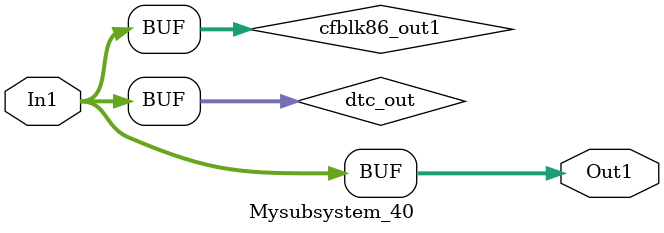
<source format=v>



`timescale 1 ns / 1 ns

module Mysubsystem_40
          (In1,
           Out1);


  input   [7:0] In1;  // uint8
  output  [7:0] Out1;  // uint8


  wire [7:0] dtc_out;  // ufix8
  wire [7:0] cfblk86_out1;  // uint8


  assign dtc_out = In1;



  assign cfblk86_out1 = dtc_out;



  assign Out1 = cfblk86_out1;

endmodule  // Mysubsystem_40


</source>
